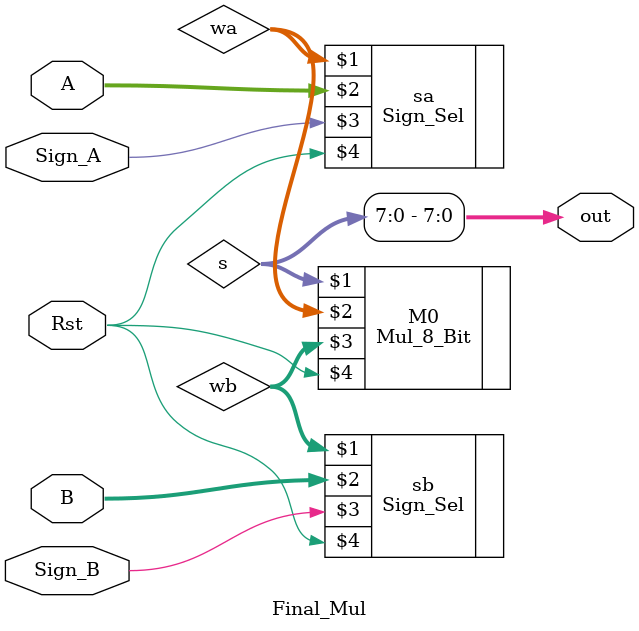
<source format=v>
`timescale 1ns / 1ps
module Final_Mul(output [7:0] out,input [7:0] A,B,input Sign_A,Sign_B,Rst);
wire [7:0] wa;
wire [7:0] wb;
wire [15:0] s;
Sign_Sel sa(wa[7:0],A[7:0],Sign_A,Rst);
Sign_Sel sb(wb[7:0],B[7:0],Sign_B,Rst);
Mul_8_Bit M0(s[15:0],wa[7:0],wb[7:0],Rst);
assign out[7:0] = s[7:0];

endmodule

</source>
